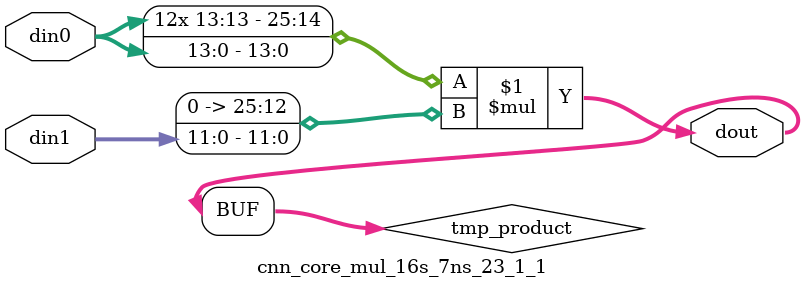
<source format=v>

`timescale 1 ns / 1 ps

  module cnn_core_mul_16s_7ns_23_1_1(din0, din1, dout);
parameter ID = 1;
parameter NUM_STAGE = 0;
parameter din0_WIDTH = 14;
parameter din1_WIDTH = 12;
parameter dout_WIDTH = 26;

input [din0_WIDTH - 1 : 0] din0; 
input [din1_WIDTH - 1 : 0] din1; 
output [dout_WIDTH - 1 : 0] dout;

wire signed [dout_WIDTH - 1 : 0] tmp_product;












assign tmp_product = $signed(din0) * $signed({1'b0, din1});









assign dout = tmp_product;







endmodule

</source>
